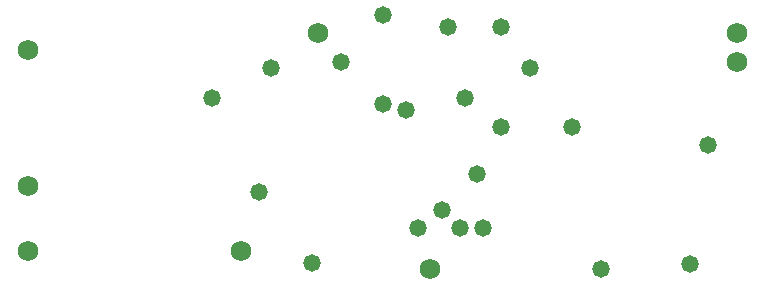
<source format=gbs>
G04*
G04 #@! TF.GenerationSoftware,Altium Limited,Altium Designer,23.1.1 (15)*
G04*
G04 Layer_Color=16711935*
%FSLAX25Y25*%
%MOIN*%
G70*
G04*
G04 #@! TF.SameCoordinates,588A7164-EE2F-48AB-B3FF-4136EF57982D*
G04*
G04*
G04 #@! TF.FilePolarity,Negative*
G04*
G01*
G75*
%ADD40C,0.06800*%
%ADD41C,0.05800*%
D40*
X7874Y37402D02*
D03*
X141732Y9843D02*
D03*
X244094Y78740D02*
D03*
Y88583D02*
D03*
X78740Y15748D02*
D03*
X104331Y88583D02*
D03*
X7874Y15748D02*
D03*
Y82677D02*
D03*
D41*
X88583Y76772D02*
D03*
X112205Y78740D02*
D03*
X102362Y11811D02*
D03*
X133858Y62992D02*
D03*
X125984Y64961D02*
D03*
X175197Y76772D02*
D03*
X165354Y57087D02*
D03*
Y90551D02*
D03*
X188976Y57087D02*
D03*
X84646Y35433D02*
D03*
X145669Y29528D02*
D03*
X151575Y23622D02*
D03*
X137795D02*
D03*
X198819Y9843D02*
D03*
X147638Y90551D02*
D03*
X159449Y23622D02*
D03*
X153543Y66929D02*
D03*
X125984Y94488D02*
D03*
X228346Y11614D02*
D03*
X234252Y51181D02*
D03*
X157480Y41339D02*
D03*
X68898Y66929D02*
D03*
M02*

</source>
